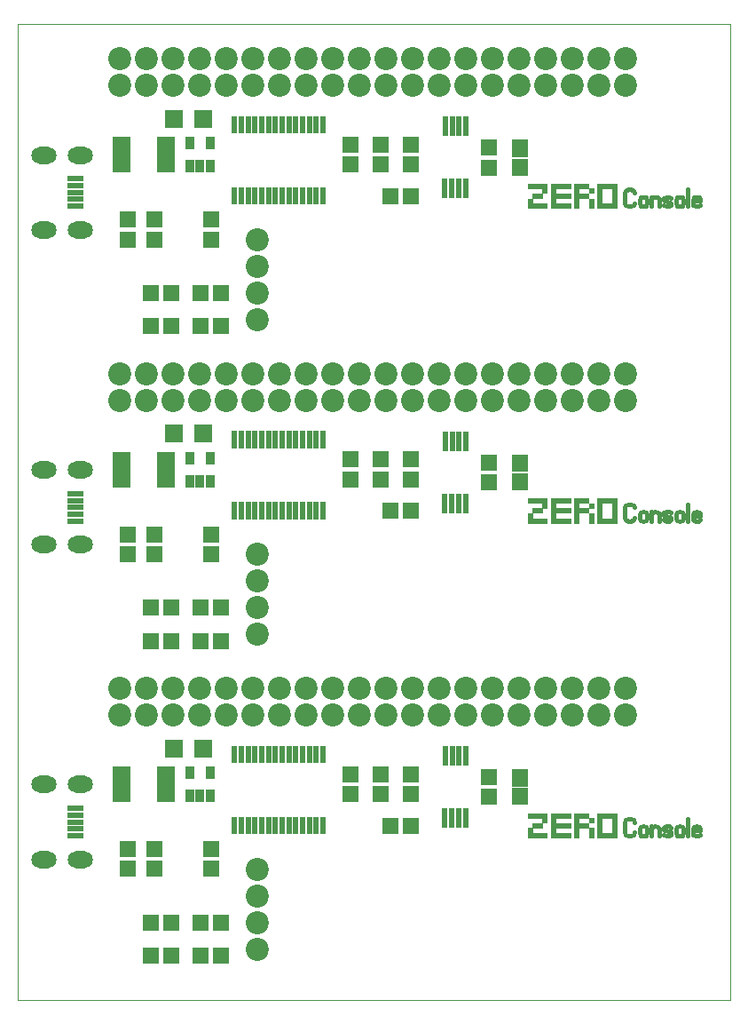
<source format=gbr>
%FSLAX34Y34*%
%MOMM*%
%LNSOLDERMASK_TOP*%
G71*
G01*
%ADD10C, 0.00*%
%ADD11C, 2.20*%
%ADD12R, 0.62X1.52*%
%ADD13R, 0.85X1.26*%
%ADD14R, 1.70X3.40*%
%ADD15R, 0.62X1.98*%
%ADD16R, 1.50X1.60*%
%ADD17R, 1.60X1.50*%
%ADD18C, 0.40*%
%ADD19R, 0.50X0.50*%
%ADD20R, 1.80X1.80*%
%ADD21R, 1.60X1.60*%
%ADD22C, 1.65*%
%ADD23R, 1.60X0.60*%
%LPD*%
G54D10*
X0Y1000000D02*
X680000Y1000000D01*
X680000Y70000D01*
X0Y70000D01*
X0Y1000000D01*
X580231Y966788D02*
G54D11*
D03*
X580230Y941384D02*
G54D11*
D03*
X554831Y966788D02*
G54D11*
D03*
X554831Y941388D02*
G54D11*
D03*
X529431Y966788D02*
G54D11*
D03*
X529431Y941388D02*
G54D11*
D03*
X504030Y966784D02*
G54D11*
D03*
X504031Y941388D02*
G54D11*
D03*
X478631Y966788D02*
G54D11*
D03*
X478631Y941388D02*
G54D11*
D03*
X453230Y966784D02*
G54D11*
D03*
X453231Y941388D02*
G54D11*
D03*
X427831Y966788D02*
G54D11*
D03*
X427831Y941388D02*
G54D11*
D03*
X402431Y966788D02*
G54D11*
D03*
X402430Y941384D02*
G54D11*
D03*
X377031Y966788D02*
G54D11*
D03*
X377031Y941388D02*
G54D11*
D03*
X351631Y966788D02*
G54D11*
D03*
X351631Y941388D02*
G54D11*
D03*
X326230Y966784D02*
G54D11*
D03*
X326231Y941388D02*
G54D11*
D03*
X300831Y966788D02*
G54D11*
D03*
X300831Y941388D02*
G54D11*
D03*
X275431Y966788D02*
G54D11*
D03*
X275431Y941388D02*
G54D11*
D03*
X250030Y966784D02*
G54D11*
D03*
X250031Y941388D02*
G54D11*
D03*
X224631Y966788D02*
G54D11*
D03*
X224631Y941388D02*
G54D11*
D03*
X199231Y966788D02*
G54D11*
D03*
X199230Y941384D02*
G54D11*
D03*
X173831Y966788D02*
G54D11*
D03*
X173831Y941388D02*
G54D11*
D03*
X148430Y966784D02*
G54D11*
D03*
X123031Y966788D02*
G54D11*
D03*
X97631Y966788D02*
G54D11*
D03*
X148431Y941388D02*
G54D11*
D03*
X123031Y941388D02*
G54D11*
D03*
X97631Y941388D02*
G54D11*
D03*
X291272Y835606D02*
G54D12*
D03*
X284772Y835606D02*
G54D12*
D03*
X278272Y835606D02*
G54D12*
D03*
X271772Y835606D02*
G54D12*
D03*
X265272Y835606D02*
G54D12*
D03*
X258772Y835606D02*
G54D12*
D03*
X252272Y835606D02*
G54D12*
D03*
X245772Y835606D02*
G54D12*
D03*
X239272Y835606D02*
G54D12*
D03*
X232772Y835606D02*
G54D12*
D03*
X226272Y835606D02*
G54D12*
D03*
X219772Y835606D02*
G54D12*
D03*
X213272Y835606D02*
G54D12*
D03*
X206772Y835606D02*
G54D12*
D03*
X291272Y904478D02*
G54D12*
D03*
X284772Y904478D02*
G54D12*
D03*
X278272Y904478D02*
G54D12*
D03*
X271772Y904478D02*
G54D12*
D03*
X265272Y904478D02*
G54D12*
D03*
X258772Y904478D02*
G54D12*
D03*
X252272Y904478D02*
G54D12*
D03*
X245772Y904478D02*
G54D12*
D03*
X239272Y904478D02*
G54D12*
D03*
X232772Y904478D02*
G54D12*
D03*
X226272Y904478D02*
G54D12*
D03*
X219772Y904478D02*
G54D12*
D03*
X213272Y904478D02*
G54D12*
D03*
X206772Y904478D02*
G54D12*
D03*
X291272Y903684D02*
G54D12*
D03*
X284772Y903684D02*
G54D12*
D03*
X278272Y903684D02*
G54D12*
D03*
X271772Y903684D02*
G54D12*
D03*
X265272Y903684D02*
G54D12*
D03*
X258772Y903684D02*
G54D12*
D03*
X252272Y903684D02*
G54D12*
D03*
X245772Y903684D02*
G54D12*
D03*
X239272Y903684D02*
G54D12*
D03*
X232772Y903684D02*
G54D12*
D03*
X226272Y903684D02*
G54D12*
D03*
X219772Y903684D02*
G54D12*
D03*
X213272Y903684D02*
G54D12*
D03*
X206772Y903684D02*
G54D12*
D03*
X291272Y836400D02*
G54D12*
D03*
X284772Y836400D02*
G54D12*
D03*
X278272Y836400D02*
G54D12*
D03*
X271772Y836400D02*
G54D12*
D03*
X265272Y836400D02*
G54D12*
D03*
X258772Y836400D02*
G54D12*
D03*
X252272Y836400D02*
G54D12*
D03*
X245772Y836400D02*
G54D12*
D03*
X239272Y836400D02*
G54D12*
D03*
X232772Y836400D02*
G54D12*
D03*
X226272Y836400D02*
G54D12*
D03*
X219772Y836400D02*
G54D12*
D03*
X213272Y836400D02*
G54D12*
D03*
X206772Y836400D02*
G54D12*
D03*
X291272Y836797D02*
G54D12*
D03*
X284772Y836797D02*
G54D12*
D03*
X278272Y836797D02*
G54D12*
D03*
X271772Y836797D02*
G54D12*
D03*
X265272Y836797D02*
G54D12*
D03*
X258772Y836797D02*
G54D12*
D03*
X252272Y836797D02*
G54D12*
D03*
X245772Y836797D02*
G54D12*
D03*
X239272Y836797D02*
G54D12*
D03*
X232772Y836797D02*
G54D12*
D03*
X226272Y836797D02*
G54D12*
D03*
X219772Y836797D02*
G54D12*
D03*
X213272Y836797D02*
G54D12*
D03*
X206772Y836797D02*
G54D12*
D03*
X291272Y903287D02*
G54D12*
D03*
X284772Y903288D02*
G54D12*
D03*
X278272Y903288D02*
G54D12*
D03*
X271772Y903288D02*
G54D12*
D03*
X265272Y903288D02*
G54D12*
D03*
X258772Y903288D02*
G54D12*
D03*
X252272Y903288D02*
G54D12*
D03*
X245772Y903287D02*
G54D12*
D03*
X239272Y903288D02*
G54D12*
D03*
X232772Y903288D02*
G54D12*
D03*
X226272Y903288D02*
G54D12*
D03*
X219772Y903288D02*
G54D12*
D03*
X213272Y903288D02*
G54D12*
D03*
X206772Y903288D02*
G54D12*
D03*
X164306Y886420D02*
G54D13*
D03*
X183356Y886420D02*
G54D13*
D03*
X164306Y864394D02*
G54D13*
D03*
X173831Y864394D02*
G54D13*
D03*
X183356Y864394D02*
G54D13*
D03*
X141288Y875506D02*
G54D14*
D03*
X99219Y875506D02*
G54D14*
D03*
X407988Y902494D02*
G54D15*
D03*
X414487Y902494D02*
G54D15*
D03*
X407591Y843147D02*
G54D15*
D03*
X414091Y843147D02*
G54D15*
D03*
X420591Y843147D02*
G54D15*
D03*
X427091Y843147D02*
G54D15*
D03*
X420988Y902494D02*
G54D15*
D03*
X427488Y902494D02*
G54D15*
D03*
X193675Y743744D02*
G54D16*
D03*
X174675Y743744D02*
G54D16*
D03*
X193675Y711994D02*
G54D16*
D03*
X174675Y711994D02*
G54D16*
D03*
X146050Y711994D02*
G54D16*
D03*
X127050Y711994D02*
G54D16*
D03*
X146050Y743744D02*
G54D16*
D03*
X127050Y743744D02*
G54D16*
D03*
X317475Y885006D02*
G54D17*
D03*
X317475Y866006D02*
G54D17*
D03*
X346050Y885006D02*
G54D17*
D03*
X346050Y866006D02*
G54D17*
D03*
X374625Y885006D02*
G54D17*
D03*
X374625Y866006D02*
G54D17*
D03*
X449238Y882229D02*
G54D17*
D03*
X449238Y863229D02*
G54D17*
D03*
X228600Y794544D02*
G54D11*
D03*
X228600Y769144D02*
G54D11*
D03*
X228600Y743744D02*
G54D11*
D03*
X228600Y718344D02*
G54D11*
D03*
X184175Y794569D02*
G54D17*
D03*
X184175Y813569D02*
G54D17*
D03*
X130200Y794569D02*
G54D17*
D03*
X130200Y813569D02*
G54D17*
D03*
X104800Y794569D02*
G54D17*
D03*
X104800Y813569D02*
G54D17*
D03*
G54D18*
X588641Y829294D02*
X587441Y827294D01*
X585041Y826294D01*
X582641Y826294D01*
X580241Y827294D01*
X579041Y829294D01*
X579041Y839294D01*
X580241Y841294D01*
X582641Y842294D01*
X585041Y842294D01*
X587441Y841294D01*
X588641Y839294D01*
G54D18*
X600241Y828694D02*
X600241Y832694D01*
X599041Y834694D01*
X596641Y835294D01*
X594241Y834694D01*
X593041Y832694D01*
X593041Y828694D01*
X594241Y826694D01*
X596641Y826294D01*
X599041Y826694D01*
X600241Y828694D01*
G54D18*
X604641Y826294D02*
X604641Y835294D01*
G54D18*
X604641Y833294D02*
X605841Y834694D01*
X608241Y835294D01*
X610641Y834694D01*
X611841Y833294D01*
X611841Y826294D01*
G54D18*
X616241Y827294D02*
X618641Y826294D01*
X621041Y826294D01*
X623441Y827294D01*
X623441Y829294D01*
X622241Y830294D01*
X617441Y831294D01*
X616241Y832294D01*
X616241Y834294D01*
X618641Y835294D01*
X621041Y835294D01*
X623441Y834294D01*
G54D18*
X635041Y828694D02*
X635041Y832694D01*
X633841Y834694D01*
X631441Y835294D01*
X629041Y834694D01*
X627841Y832694D01*
X627841Y828694D01*
X629041Y826694D01*
X631441Y826294D01*
X633841Y826694D01*
X635041Y828694D01*
G54D18*
X639441Y826294D02*
X639441Y842294D01*
G54D18*
X651041Y827294D02*
X649121Y826294D01*
X646721Y826294D01*
X644321Y827294D01*
X643841Y829294D01*
X643841Y832694D01*
X645041Y834694D01*
X647441Y835294D01*
X649841Y834694D01*
X651041Y833294D01*
X651041Y831294D01*
X643841Y831294D01*
X488950Y845344D02*
G54D19*
D03*
X498475Y845344D02*
G54D19*
D03*
X503238Y845344D02*
G54D19*
D03*
X503238Y840581D02*
G54D19*
D03*
X498475Y835819D02*
G54D19*
D03*
X488950Y831056D02*
G54D19*
D03*
X488950Y826294D02*
G54D19*
D03*
X498475Y826294D02*
G54D19*
D03*
X503238Y826294D02*
G54D19*
D03*
X511175Y826294D02*
G54D19*
D03*
X511175Y831056D02*
G54D19*
D03*
X511175Y835819D02*
G54D19*
D03*
X511175Y840581D02*
G54D19*
D03*
X511175Y845344D02*
G54D19*
D03*
X515938Y845344D02*
G54D19*
D03*
X520700Y845344D02*
G54D19*
D03*
X515938Y835819D02*
G54D19*
D03*
X520700Y835819D02*
G54D19*
D03*
X515938Y826294D02*
G54D19*
D03*
X520700Y826294D02*
G54D19*
D03*
X533400Y845344D02*
G54D19*
D03*
X533400Y840581D02*
G54D19*
D03*
X533400Y835819D02*
G54D19*
D03*
X533400Y831056D02*
G54D19*
D03*
X533400Y826294D02*
G54D19*
D03*
X538162Y845344D02*
G54D19*
D03*
X538162Y835819D02*
G54D19*
D03*
X547688Y840581D02*
G54D19*
D03*
X547688Y831056D02*
G54D19*
D03*
X547688Y826294D02*
G54D19*
D03*
X555625Y840581D02*
G54D19*
D03*
X555625Y835819D02*
G54D19*
D03*
X555625Y831056D02*
G54D19*
D03*
X560388Y826294D02*
G54D19*
D03*
X565150Y826294D02*
G54D19*
D03*
X569912Y831056D02*
G54D19*
D03*
X569912Y835819D02*
G54D19*
D03*
X569912Y840581D02*
G54D19*
D03*
X560388Y845344D02*
G54D19*
D03*
X565150Y845344D02*
G54D19*
D03*
X149225Y909638D02*
G54D20*
D03*
X177225Y909638D02*
G54D20*
D03*
X555625Y845344D02*
G54D19*
D03*
X569912Y845344D02*
G54D19*
D03*
X569912Y826294D02*
G54D19*
D03*
X555625Y826294D02*
G54D19*
D03*
X493712Y845344D02*
G54D19*
D03*
X493712Y835819D02*
G54D19*
D03*
X493712Y826294D02*
G54D19*
D03*
X525462Y845344D02*
G54D19*
D03*
X525462Y835819D02*
G54D19*
D03*
X525462Y826294D02*
G54D19*
D03*
X542925Y845344D02*
G54D19*
D03*
X542925Y835819D02*
G54D19*
D03*
X355600Y835819D02*
G54D16*
D03*
X374600Y835819D02*
G54D16*
D03*
X479401Y882229D02*
G54D17*
D03*
X479401Y863229D02*
G54D17*
D03*
X479425Y880666D02*
G54D21*
D03*
X479425Y863997D02*
G54D21*
D03*
X21034Y875109D02*
G54D22*
D03*
X28972Y875109D02*
G54D22*
D03*
X28972Y803672D02*
G54D22*
D03*
X21034Y803672D02*
G54D22*
D03*
X63500Y875109D02*
G54D22*
D03*
X55562Y875109D02*
G54D22*
D03*
X63500Y803672D02*
G54D22*
D03*
X55562Y803672D02*
G54D22*
D03*
X59531Y875109D02*
G54D22*
D03*
X59531Y803672D02*
G54D22*
D03*
X25003Y803672D02*
G54D22*
D03*
X25003Y875109D02*
G54D22*
D03*
X54777Y839390D02*
G54D23*
D03*
X54777Y832890D02*
G54D23*
D03*
X54777Y826390D02*
G54D23*
D03*
X54777Y845890D02*
G54D23*
D03*
X54777Y852390D02*
G54D23*
D03*
X63302Y875109D02*
G54D22*
D03*
X63103Y875109D02*
G54D22*
D03*
X62905Y875109D02*
G54D22*
D03*
X62706Y875109D02*
G54D22*
D03*
X62508Y875109D02*
G54D22*
D03*
X62309Y875109D02*
G54D22*
D03*
X62111Y875109D02*
G54D22*
D03*
X61912Y875109D02*
G54D22*
D03*
X61714Y875109D02*
G54D22*
D03*
X61516Y875109D02*
G54D22*
D03*
X61317Y875109D02*
G54D22*
D03*
X61119Y875109D02*
G54D22*
D03*
X60920Y875109D02*
G54D22*
D03*
X60722Y875109D02*
G54D22*
D03*
X60523Y875109D02*
G54D22*
D03*
X60325Y875109D02*
G54D22*
D03*
X60127Y875109D02*
G54D22*
D03*
X59928Y875109D02*
G54D22*
D03*
X59730Y875109D02*
G54D22*
D03*
X59333Y875109D02*
G54D22*
D03*
X59134Y875109D02*
G54D22*
D03*
X58936Y875109D02*
G54D22*
D03*
X58738Y875109D02*
G54D22*
D03*
X58539Y875109D02*
G54D22*
D03*
X58341Y875109D02*
G54D22*
D03*
X58142Y875109D02*
G54D22*
D03*
X57944Y875109D02*
G54D22*
D03*
X57745Y875109D02*
G54D22*
D03*
X57547Y875109D02*
G54D22*
D03*
X57348Y875109D02*
G54D22*
D03*
X57150Y875109D02*
G54D22*
D03*
X55761Y875109D02*
G54D22*
D03*
X55959Y875109D02*
G54D22*
D03*
X56158Y875109D02*
G54D22*
D03*
X56356Y875109D02*
G54D22*
D03*
X56555Y875109D02*
G54D22*
D03*
X56753Y875109D02*
G54D22*
D03*
X63302Y803672D02*
G54D22*
D03*
X63103Y803672D02*
G54D22*
D03*
X62905Y803672D02*
G54D22*
D03*
X62706Y803672D02*
G54D22*
D03*
X62508Y803672D02*
G54D22*
D03*
X62309Y803672D02*
G54D22*
D03*
X62111Y803672D02*
G54D22*
D03*
X61912Y803672D02*
G54D22*
D03*
X61714Y803672D02*
G54D22*
D03*
X61516Y803672D02*
G54D22*
D03*
X61317Y803672D02*
G54D22*
D03*
X61119Y803672D02*
G54D22*
D03*
X60920Y803672D02*
G54D22*
D03*
X60722Y803672D02*
G54D22*
D03*
X60523Y803672D02*
G54D22*
D03*
X60325Y803672D02*
G54D22*
D03*
X60127Y803672D02*
G54D22*
D03*
X59928Y803672D02*
G54D22*
D03*
X55761Y803672D02*
G54D22*
D03*
X55959Y803672D02*
G54D22*
D03*
X56158Y803672D02*
G54D22*
D03*
X56356Y803672D02*
G54D22*
D03*
X56555Y803672D02*
G54D22*
D03*
X56753Y803672D02*
G54D22*
D03*
X56952Y803672D02*
G54D22*
D03*
X57150Y803672D02*
G54D22*
D03*
X57348Y803672D02*
G54D22*
D03*
X57547Y803672D02*
G54D22*
D03*
X57745Y803672D02*
G54D22*
D03*
X57944Y803672D02*
G54D22*
D03*
X58142Y803672D02*
G54D22*
D03*
X58341Y803672D02*
G54D22*
D03*
X58539Y803672D02*
G54D22*
D03*
X58539Y803672D02*
G54D22*
D03*
X58738Y803672D02*
G54D22*
D03*
X58936Y803672D02*
G54D22*
D03*
X59134Y803672D02*
G54D22*
D03*
X28972Y875109D02*
G54D22*
D03*
X21034Y875109D02*
G54D22*
D03*
X25003Y875109D02*
G54D22*
D03*
X28773Y875109D02*
G54D22*
D03*
X28575Y875109D02*
G54D22*
D03*
X28377Y875109D02*
G54D22*
D03*
X28178Y875109D02*
G54D22*
D03*
X27980Y875109D02*
G54D22*
D03*
X27781Y875109D02*
G54D22*
D03*
X27583Y875109D02*
G54D22*
D03*
X27384Y875109D02*
G54D22*
D03*
X27186Y875109D02*
G54D22*
D03*
X26988Y875109D02*
G54D22*
D03*
X26789Y875109D02*
G54D22*
D03*
X26591Y875109D02*
G54D22*
D03*
X26392Y875109D02*
G54D22*
D03*
X26194Y875109D02*
G54D22*
D03*
X25995Y875109D02*
G54D22*
D03*
X25797Y875109D02*
G54D22*
D03*
X25598Y875109D02*
G54D22*
D03*
X25400Y875109D02*
G54D22*
D03*
X25202Y875109D02*
G54D22*
D03*
X24805Y875109D02*
G54D22*
D03*
X24606Y875109D02*
G54D22*
D03*
X24408Y875109D02*
G54D22*
D03*
X24209Y875109D02*
G54D22*
D03*
X24011Y875109D02*
G54D22*
D03*
X23812Y875109D02*
G54D22*
D03*
X23614Y875109D02*
G54D22*
D03*
X23416Y875109D02*
G54D22*
D03*
X23217Y875109D02*
G54D22*
D03*
X23019Y875109D02*
G54D22*
D03*
X22820Y875109D02*
G54D22*
D03*
X22622Y875109D02*
G54D22*
D03*
X21233Y875109D02*
G54D22*
D03*
X21431Y875109D02*
G54D22*
D03*
X21630Y875109D02*
G54D22*
D03*
X21828Y875109D02*
G54D22*
D03*
X22027Y875109D02*
G54D22*
D03*
X22225Y875109D02*
G54D22*
D03*
X28972Y803672D02*
G54D22*
D03*
X21034Y803672D02*
G54D22*
D03*
X25003Y803672D02*
G54D22*
D03*
X28773Y803672D02*
G54D22*
D03*
X28575Y803672D02*
G54D22*
D03*
X28377Y803672D02*
G54D22*
D03*
X28178Y803672D02*
G54D22*
D03*
X27980Y803672D02*
G54D22*
D03*
X27781Y803672D02*
G54D22*
D03*
X27583Y803672D02*
G54D22*
D03*
X27384Y803672D02*
G54D22*
D03*
X27186Y803672D02*
G54D22*
D03*
X26988Y803672D02*
G54D22*
D03*
X26789Y803672D02*
G54D22*
D03*
X26591Y803672D02*
G54D22*
D03*
X26392Y803672D02*
G54D22*
D03*
X26194Y803672D02*
G54D22*
D03*
X25995Y803672D02*
G54D22*
D03*
X25797Y803672D02*
G54D22*
D03*
X25598Y803672D02*
G54D22*
D03*
X25400Y803672D02*
G54D22*
D03*
X21233Y803672D02*
G54D22*
D03*
X21431Y803672D02*
G54D22*
D03*
X21630Y803672D02*
G54D22*
D03*
X21828Y803672D02*
G54D22*
D03*
X22027Y803672D02*
G54D22*
D03*
X22225Y803672D02*
G54D22*
D03*
X22423Y803672D02*
G54D22*
D03*
X22622Y803672D02*
G54D22*
D03*
X22820Y803672D02*
G54D22*
D03*
X23019Y803672D02*
G54D22*
D03*
X23217Y803672D02*
G54D22*
D03*
X23416Y803672D02*
G54D22*
D03*
X23614Y803672D02*
G54D22*
D03*
X23812Y803672D02*
G54D22*
D03*
X24011Y803672D02*
G54D22*
D03*
X24011Y803672D02*
G54D22*
D03*
X24209Y803672D02*
G54D22*
D03*
X24408Y803672D02*
G54D22*
D03*
X24606Y803672D02*
G54D22*
D03*
X21828Y875109D02*
G54D22*
D03*
X22622Y875109D02*
G54D22*
D03*
X23416Y875109D02*
G54D22*
D03*
X24209Y875109D02*
G54D22*
D03*
X25003Y875109D02*
G54D22*
D03*
X25797Y875109D02*
G54D22*
D03*
X26591Y875109D02*
G54D22*
D03*
X27384Y875109D02*
G54D22*
D03*
X28178Y875109D02*
G54D22*
D03*
X56356Y875109D02*
G54D22*
D03*
X57150Y875109D02*
G54D22*
D03*
X57944Y875109D02*
G54D22*
D03*
X58738Y875109D02*
G54D22*
D03*
X59531Y875109D02*
G54D22*
D03*
X60325Y875109D02*
G54D22*
D03*
X61119Y875109D02*
G54D22*
D03*
X61912Y875109D02*
G54D22*
D03*
X62706Y875109D02*
G54D22*
D03*
X63500Y875109D02*
G54D22*
D03*
X28972Y875109D02*
G54D22*
D03*
X21034Y803672D02*
G54D22*
D03*
X21828Y803672D02*
G54D22*
D03*
X22622Y803672D02*
G54D22*
D03*
X23416Y803672D02*
G54D22*
D03*
X24209Y803672D02*
G54D22*
D03*
X25003Y803672D02*
G54D22*
D03*
X25797Y803672D02*
G54D22*
D03*
X26591Y803672D02*
G54D22*
D03*
X27384Y803672D02*
G54D22*
D03*
X28178Y803672D02*
G54D22*
D03*
X28972Y803672D02*
G54D22*
D03*
X55562Y803672D02*
G54D22*
D03*
X56356Y803672D02*
G54D22*
D03*
X57150Y803672D02*
G54D22*
D03*
X57944Y803672D02*
G54D22*
D03*
X58738Y803672D02*
G54D22*
D03*
X59531Y803672D02*
G54D22*
D03*
X60325Y803672D02*
G54D22*
D03*
X61119Y803672D02*
G54D22*
D03*
X61912Y803672D02*
G54D22*
D03*
X62706Y803672D02*
G54D22*
D03*
X63500Y803672D02*
G54D22*
D03*
X21034Y875109D02*
G54D22*
D03*
X28972Y875109D02*
G54D22*
D03*
X55562Y875109D02*
G54D22*
D03*
X580231Y666750D02*
G54D11*
D03*
X580230Y641346D02*
G54D11*
D03*
X554831Y666750D02*
G54D11*
D03*
X554831Y641350D02*
G54D11*
D03*
X529431Y666750D02*
G54D11*
D03*
X529431Y641350D02*
G54D11*
D03*
X504030Y666746D02*
G54D11*
D03*
X504031Y641350D02*
G54D11*
D03*
X478631Y666750D02*
G54D11*
D03*
X478631Y641350D02*
G54D11*
D03*
X453230Y666746D02*
G54D11*
D03*
X453231Y641350D02*
G54D11*
D03*
X427831Y666750D02*
G54D11*
D03*
X427831Y641350D02*
G54D11*
D03*
X402431Y666750D02*
G54D11*
D03*
X402430Y641346D02*
G54D11*
D03*
X377031Y666750D02*
G54D11*
D03*
X377031Y641350D02*
G54D11*
D03*
X351631Y666750D02*
G54D11*
D03*
X351631Y641350D02*
G54D11*
D03*
X326230Y666746D02*
G54D11*
D03*
X326231Y641350D02*
G54D11*
D03*
X300831Y666750D02*
G54D11*
D03*
X300831Y641350D02*
G54D11*
D03*
X275431Y666750D02*
G54D11*
D03*
X275431Y641350D02*
G54D11*
D03*
X250030Y666746D02*
G54D11*
D03*
X250031Y641350D02*
G54D11*
D03*
X224631Y666750D02*
G54D11*
D03*
X224631Y641350D02*
G54D11*
D03*
X199231Y666750D02*
G54D11*
D03*
X199230Y641346D02*
G54D11*
D03*
X173831Y666750D02*
G54D11*
D03*
X173831Y641350D02*
G54D11*
D03*
X148430Y666746D02*
G54D11*
D03*
X123031Y666750D02*
G54D11*
D03*
X97631Y666750D02*
G54D11*
D03*
X148431Y641350D02*
G54D11*
D03*
X123031Y641350D02*
G54D11*
D03*
X97631Y641350D02*
G54D11*
D03*
X291272Y535569D02*
G54D12*
D03*
X284772Y535569D02*
G54D12*
D03*
X278272Y535569D02*
G54D12*
D03*
X271772Y535569D02*
G54D12*
D03*
X265272Y535569D02*
G54D12*
D03*
X258772Y535569D02*
G54D12*
D03*
X252272Y535569D02*
G54D12*
D03*
X245772Y535569D02*
G54D12*
D03*
X239272Y535569D02*
G54D12*
D03*
X232772Y535569D02*
G54D12*
D03*
X226272Y535569D02*
G54D12*
D03*
X219772Y535569D02*
G54D12*
D03*
X213272Y535569D02*
G54D12*
D03*
X206772Y535569D02*
G54D12*
D03*
X291272Y604441D02*
G54D12*
D03*
X284772Y604441D02*
G54D12*
D03*
X278272Y604440D02*
G54D12*
D03*
X271772Y604440D02*
G54D12*
D03*
X265272Y604440D02*
G54D12*
D03*
X258772Y604440D02*
G54D12*
D03*
X252272Y604440D02*
G54D12*
D03*
X245772Y604440D02*
G54D12*
D03*
X239272Y604440D02*
G54D12*
D03*
X232772Y604440D02*
G54D12*
D03*
X226272Y604440D02*
G54D12*
D03*
X219772Y604440D02*
G54D12*
D03*
X213272Y604440D02*
G54D12*
D03*
X206772Y604440D02*
G54D12*
D03*
X291272Y603647D02*
G54D12*
D03*
X284772Y603647D02*
G54D12*
D03*
X278272Y603647D02*
G54D12*
D03*
X271772Y603647D02*
G54D12*
D03*
X265272Y603647D02*
G54D12*
D03*
X258772Y603647D02*
G54D12*
D03*
X252272Y603647D02*
G54D12*
D03*
X245772Y603647D02*
G54D12*
D03*
X239272Y603647D02*
G54D12*
D03*
X232772Y603647D02*
G54D12*
D03*
X226272Y603647D02*
G54D12*
D03*
X219772Y603647D02*
G54D12*
D03*
X213272Y603647D02*
G54D12*
D03*
X206772Y603647D02*
G54D12*
D03*
X291272Y536362D02*
G54D12*
D03*
X284772Y536362D02*
G54D12*
D03*
X278272Y536362D02*
G54D12*
D03*
X271772Y536362D02*
G54D12*
D03*
X265272Y536362D02*
G54D12*
D03*
X258772Y536363D02*
G54D12*
D03*
X252272Y536363D02*
G54D12*
D03*
X245772Y536362D02*
G54D12*
D03*
X239272Y536362D02*
G54D12*
D03*
X232772Y536362D02*
G54D12*
D03*
X226272Y536362D02*
G54D12*
D03*
X219772Y536362D02*
G54D12*
D03*
X213272Y536362D02*
G54D12*
D03*
X206772Y536362D02*
G54D12*
D03*
X291272Y536759D02*
G54D12*
D03*
X284772Y536759D02*
G54D12*
D03*
X278272Y536759D02*
G54D12*
D03*
X271772Y536759D02*
G54D12*
D03*
X265272Y536759D02*
G54D12*
D03*
X258772Y536759D02*
G54D12*
D03*
X252272Y536759D02*
G54D12*
D03*
X245772Y536759D02*
G54D12*
D03*
X239272Y536759D02*
G54D12*
D03*
X232772Y536759D02*
G54D12*
D03*
X226272Y536759D02*
G54D12*
D03*
X219772Y536759D02*
G54D12*
D03*
X213272Y536759D02*
G54D12*
D03*
X206772Y536759D02*
G54D12*
D03*
X291272Y603250D02*
G54D12*
D03*
X284772Y603250D02*
G54D12*
D03*
X278272Y603250D02*
G54D12*
D03*
X271772Y603250D02*
G54D12*
D03*
X265272Y603250D02*
G54D12*
D03*
X258772Y603250D02*
G54D12*
D03*
X252272Y603250D02*
G54D12*
D03*
X245772Y603250D02*
G54D12*
D03*
X239272Y603250D02*
G54D12*
D03*
X232772Y603250D02*
G54D12*
D03*
X226272Y603250D02*
G54D12*
D03*
X219772Y603250D02*
G54D12*
D03*
X213272Y603250D02*
G54D12*
D03*
X206772Y603250D02*
G54D12*
D03*
X164306Y586383D02*
G54D13*
D03*
X183356Y586383D02*
G54D13*
D03*
X164306Y564356D02*
G54D13*
D03*
X173831Y564356D02*
G54D13*
D03*
X183356Y564356D02*
G54D13*
D03*
X141288Y575469D02*
G54D14*
D03*
X99219Y575469D02*
G54D14*
D03*
X407988Y602456D02*
G54D15*
D03*
X414487Y602456D02*
G54D15*
D03*
X407591Y543109D02*
G54D15*
D03*
X414091Y543109D02*
G54D15*
D03*
X420591Y543109D02*
G54D15*
D03*
X427091Y543109D02*
G54D15*
D03*
X420988Y602456D02*
G54D15*
D03*
X427488Y602456D02*
G54D15*
D03*
X193675Y443706D02*
G54D16*
D03*
X174675Y443706D02*
G54D16*
D03*
X193675Y411956D02*
G54D16*
D03*
X174675Y411956D02*
G54D16*
D03*
X146050Y411956D02*
G54D16*
D03*
X127050Y411956D02*
G54D16*
D03*
X146050Y443706D02*
G54D16*
D03*
X127050Y443706D02*
G54D16*
D03*
X317475Y584969D02*
G54D17*
D03*
X317475Y565969D02*
G54D17*
D03*
X346050Y584969D02*
G54D17*
D03*
X346050Y565969D02*
G54D17*
D03*
X374625Y584969D02*
G54D17*
D03*
X374625Y565969D02*
G54D17*
D03*
X449238Y582192D02*
G54D17*
D03*
X449238Y563192D02*
G54D17*
D03*
X228600Y494506D02*
G54D11*
D03*
X228600Y469106D02*
G54D11*
D03*
X228600Y443706D02*
G54D11*
D03*
X228600Y418306D02*
G54D11*
D03*
X184175Y494531D02*
G54D17*
D03*
X184175Y513531D02*
G54D17*
D03*
X130200Y494531D02*
G54D17*
D03*
X130200Y513531D02*
G54D17*
D03*
X104800Y494531D02*
G54D17*
D03*
X104800Y513531D02*
G54D17*
D03*
G54D18*
X588641Y529256D02*
X587441Y527256D01*
X585041Y526256D01*
X582641Y526256D01*
X580241Y527256D01*
X579041Y529256D01*
X579041Y539256D01*
X580241Y541256D01*
X582641Y542256D01*
X585041Y542256D01*
X587441Y541256D01*
X588641Y539256D01*
G54D18*
X600241Y528656D02*
X600241Y532656D01*
X599041Y534656D01*
X596641Y535256D01*
X594241Y534656D01*
X593041Y532656D01*
X593041Y528656D01*
X594241Y526656D01*
X596641Y526256D01*
X599041Y526656D01*
X600241Y528656D01*
G54D18*
X604641Y526256D02*
X604641Y535256D01*
G54D18*
X604641Y533256D02*
X605841Y534656D01*
X608241Y535256D01*
X610641Y534656D01*
X611841Y533256D01*
X611841Y526256D01*
G54D18*
X616241Y527256D02*
X618641Y526256D01*
X621041Y526256D01*
X623441Y527256D01*
X623441Y529256D01*
X622241Y530256D01*
X617441Y531256D01*
X616241Y532256D01*
X616241Y534256D01*
X618641Y535256D01*
X621041Y535256D01*
X623441Y534256D01*
G54D18*
X635041Y528656D02*
X635041Y532656D01*
X633841Y534656D01*
X631441Y535256D01*
X629041Y534656D01*
X627841Y532656D01*
X627841Y528656D01*
X629041Y526656D01*
X631441Y526256D01*
X633841Y526656D01*
X635041Y528656D01*
G54D18*
X639441Y526256D02*
X639441Y542256D01*
G54D18*
X651041Y527256D02*
X649121Y526256D01*
X646721Y526256D01*
X644321Y527256D01*
X643841Y529256D01*
X643841Y532656D01*
X645041Y534656D01*
X647441Y535256D01*
X649841Y534656D01*
X651041Y533256D01*
X651041Y531256D01*
X643841Y531256D01*
X488950Y545306D02*
G54D19*
D03*
X498475Y545306D02*
G54D19*
D03*
X503238Y545306D02*
G54D19*
D03*
X503238Y540544D02*
G54D19*
D03*
X498475Y535781D02*
G54D19*
D03*
X488950Y531019D02*
G54D19*
D03*
X488950Y526256D02*
G54D19*
D03*
X498475Y526256D02*
G54D19*
D03*
X503238Y526256D02*
G54D19*
D03*
X511175Y526256D02*
G54D19*
D03*
X511175Y531019D02*
G54D19*
D03*
X511175Y535781D02*
G54D19*
D03*
X511175Y540544D02*
G54D19*
D03*
X511175Y545306D02*
G54D19*
D03*
X515938Y545306D02*
G54D19*
D03*
X520700Y545306D02*
G54D19*
D03*
X515938Y535781D02*
G54D19*
D03*
X520700Y535781D02*
G54D19*
D03*
X515938Y526256D02*
G54D19*
D03*
X520700Y526256D02*
G54D19*
D03*
X533400Y545306D02*
G54D19*
D03*
X533400Y540544D02*
G54D19*
D03*
X533400Y535781D02*
G54D19*
D03*
X533400Y531019D02*
G54D19*
D03*
X533400Y526256D02*
G54D19*
D03*
X538162Y545306D02*
G54D19*
D03*
X538162Y535781D02*
G54D19*
D03*
X547688Y540544D02*
G54D19*
D03*
X547688Y531019D02*
G54D19*
D03*
X547688Y526256D02*
G54D19*
D03*
X555625Y540544D02*
G54D19*
D03*
X555625Y535781D02*
G54D19*
D03*
X555625Y531019D02*
G54D19*
D03*
X560388Y526256D02*
G54D19*
D03*
X565150Y526256D02*
G54D19*
D03*
X569912Y531019D02*
G54D19*
D03*
X569912Y535781D02*
G54D19*
D03*
X569912Y540544D02*
G54D19*
D03*
X560388Y545306D02*
G54D19*
D03*
X565150Y545306D02*
G54D19*
D03*
X149225Y609600D02*
G54D20*
D03*
X177225Y609600D02*
G54D20*
D03*
X555625Y545306D02*
G54D19*
D03*
X569912Y545306D02*
G54D19*
D03*
X569912Y526256D02*
G54D19*
D03*
X555625Y526256D02*
G54D19*
D03*
X493712Y545306D02*
G54D19*
D03*
X493712Y535781D02*
G54D19*
D03*
X493712Y526256D02*
G54D19*
D03*
X525462Y545306D02*
G54D19*
D03*
X525462Y535781D02*
G54D19*
D03*
X525462Y526256D02*
G54D19*
D03*
X542925Y545306D02*
G54D19*
D03*
X542925Y535781D02*
G54D19*
D03*
X355600Y535781D02*
G54D16*
D03*
X374600Y535781D02*
G54D16*
D03*
X479401Y582192D02*
G54D17*
D03*
X479401Y563192D02*
G54D17*
D03*
X479425Y580628D02*
G54D21*
D03*
X479425Y563959D02*
G54D21*
D03*
X21034Y575072D02*
G54D22*
D03*
X28972Y575072D02*
G54D22*
D03*
X28972Y503634D02*
G54D22*
D03*
X21034Y503634D02*
G54D22*
D03*
X63500Y575072D02*
G54D22*
D03*
X55562Y575072D02*
G54D22*
D03*
X63500Y503634D02*
G54D22*
D03*
X55562Y503634D02*
G54D22*
D03*
X59531Y575072D02*
G54D22*
D03*
X59531Y503634D02*
G54D22*
D03*
X25003Y503634D02*
G54D22*
D03*
X25003Y575072D02*
G54D22*
D03*
X54777Y539353D02*
G54D23*
D03*
X54777Y532853D02*
G54D23*
D03*
X54777Y526353D02*
G54D23*
D03*
X54777Y545853D02*
G54D23*
D03*
X54777Y552353D02*
G54D23*
D03*
X63302Y575072D02*
G54D22*
D03*
X63103Y575072D02*
G54D22*
D03*
X62905Y575072D02*
G54D22*
D03*
X62706Y575072D02*
G54D22*
D03*
X62508Y575072D02*
G54D22*
D03*
X62309Y575072D02*
G54D22*
D03*
X62111Y575072D02*
G54D22*
D03*
X61912Y575072D02*
G54D22*
D03*
X61714Y575072D02*
G54D22*
D03*
X61516Y575072D02*
G54D22*
D03*
X61317Y575072D02*
G54D22*
D03*
X61119Y575072D02*
G54D22*
D03*
X60920Y575072D02*
G54D22*
D03*
X60722Y575072D02*
G54D22*
D03*
X60523Y575072D02*
G54D22*
D03*
X60325Y575072D02*
G54D22*
D03*
X60127Y575072D02*
G54D22*
D03*
X59928Y575072D02*
G54D22*
D03*
X59730Y575072D02*
G54D22*
D03*
X59333Y575072D02*
G54D22*
D03*
X59134Y575072D02*
G54D22*
D03*
X58936Y575072D02*
G54D22*
D03*
X58738Y575072D02*
G54D22*
D03*
X58539Y575072D02*
G54D22*
D03*
X58341Y575072D02*
G54D22*
D03*
X58142Y575072D02*
G54D22*
D03*
X57944Y575072D02*
G54D22*
D03*
X57745Y575072D02*
G54D22*
D03*
X57547Y575072D02*
G54D22*
D03*
X57348Y575072D02*
G54D22*
D03*
X57150Y575072D02*
G54D22*
D03*
X55761Y575072D02*
G54D22*
D03*
X55959Y575072D02*
G54D22*
D03*
X56158Y575072D02*
G54D22*
D03*
X56356Y575072D02*
G54D22*
D03*
X56555Y575072D02*
G54D22*
D03*
X56753Y575072D02*
G54D22*
D03*
X63302Y503634D02*
G54D22*
D03*
X63103Y503634D02*
G54D22*
D03*
X62905Y503634D02*
G54D22*
D03*
X62706Y503634D02*
G54D22*
D03*
X62508Y503634D02*
G54D22*
D03*
X62309Y503634D02*
G54D22*
D03*
X62111Y503634D02*
G54D22*
D03*
X61912Y503634D02*
G54D22*
D03*
X61714Y503634D02*
G54D22*
D03*
X61516Y503634D02*
G54D22*
D03*
X61317Y503634D02*
G54D22*
D03*
X61119Y503634D02*
G54D22*
D03*
X60920Y503634D02*
G54D22*
D03*
X60722Y503634D02*
G54D22*
D03*
X60523Y503634D02*
G54D22*
D03*
X60325Y503634D02*
G54D22*
D03*
X60127Y503634D02*
G54D22*
D03*
X59928Y503634D02*
G54D22*
D03*
X55761Y503634D02*
G54D22*
D03*
X55959Y503634D02*
G54D22*
D03*
X56158Y503634D02*
G54D22*
D03*
X56356Y503634D02*
G54D22*
D03*
X56555Y503634D02*
G54D22*
D03*
X56753Y503634D02*
G54D22*
D03*
X56952Y503634D02*
G54D22*
D03*
X57150Y503634D02*
G54D22*
D03*
X57348Y503634D02*
G54D22*
D03*
X57547Y503634D02*
G54D22*
D03*
X57745Y503634D02*
G54D22*
D03*
X57944Y503634D02*
G54D22*
D03*
X58142Y503634D02*
G54D22*
D03*
X58341Y503634D02*
G54D22*
D03*
X58539Y503634D02*
G54D22*
D03*
X58539Y503634D02*
G54D22*
D03*
X58738Y503634D02*
G54D22*
D03*
X58936Y503634D02*
G54D22*
D03*
X59134Y503634D02*
G54D22*
D03*
X28972Y575072D02*
G54D22*
D03*
X21034Y575072D02*
G54D22*
D03*
X25003Y575072D02*
G54D22*
D03*
X28773Y575072D02*
G54D22*
D03*
X28575Y575072D02*
G54D22*
D03*
X28377Y575072D02*
G54D22*
D03*
X28178Y575072D02*
G54D22*
D03*
X27980Y575072D02*
G54D22*
D03*
X27781Y575072D02*
G54D22*
D03*
X27583Y575072D02*
G54D22*
D03*
X27384Y575072D02*
G54D22*
D03*
X27186Y575072D02*
G54D22*
D03*
X26988Y575072D02*
G54D22*
D03*
X26789Y575072D02*
G54D22*
D03*
X26591Y575072D02*
G54D22*
D03*
X26392Y575072D02*
G54D22*
D03*
X26194Y575072D02*
G54D22*
D03*
X25995Y575072D02*
G54D22*
D03*
X25797Y575072D02*
G54D22*
D03*
X25598Y575072D02*
G54D22*
D03*
X25400Y575072D02*
G54D22*
D03*
X25202Y575072D02*
G54D22*
D03*
X24805Y575072D02*
G54D22*
D03*
X24606Y575072D02*
G54D22*
D03*
X24408Y575072D02*
G54D22*
D03*
X24209Y575072D02*
G54D22*
D03*
X24011Y575072D02*
G54D22*
D03*
X23812Y575072D02*
G54D22*
D03*
X23614Y575072D02*
G54D22*
D03*
X23416Y575072D02*
G54D22*
D03*
X23217Y575072D02*
G54D22*
D03*
X23019Y575072D02*
G54D22*
D03*
X22820Y575072D02*
G54D22*
D03*
X22622Y575072D02*
G54D22*
D03*
X21233Y575072D02*
G54D22*
D03*
X21431Y575072D02*
G54D22*
D03*
X21630Y575072D02*
G54D22*
D03*
X21828Y575072D02*
G54D22*
D03*
X22027Y575072D02*
G54D22*
D03*
X22225Y575072D02*
G54D22*
D03*
X28972Y503634D02*
G54D22*
D03*
X21034Y503634D02*
G54D22*
D03*
X25003Y503634D02*
G54D22*
D03*
X28773Y503634D02*
G54D22*
D03*
X28575Y503634D02*
G54D22*
D03*
X28377Y503634D02*
G54D22*
D03*
X28178Y503634D02*
G54D22*
D03*
X27980Y503634D02*
G54D22*
D03*
X27781Y503634D02*
G54D22*
D03*
X27583Y503634D02*
G54D22*
D03*
X27384Y503634D02*
G54D22*
D03*
X27186Y503634D02*
G54D22*
D03*
X26988Y503634D02*
G54D22*
D03*
X26789Y503634D02*
G54D22*
D03*
X26591Y503634D02*
G54D22*
D03*
X26392Y503634D02*
G54D22*
D03*
X26194Y503634D02*
G54D22*
D03*
X25995Y503634D02*
G54D22*
D03*
X25797Y503634D02*
G54D22*
D03*
X25598Y503634D02*
G54D22*
D03*
X25400Y503634D02*
G54D22*
D03*
X21233Y503634D02*
G54D22*
D03*
X21431Y503634D02*
G54D22*
D03*
X21630Y503634D02*
G54D22*
D03*
X21828Y503634D02*
G54D22*
D03*
X22027Y503634D02*
G54D22*
D03*
X22225Y503634D02*
G54D22*
D03*
X22423Y503634D02*
G54D22*
D03*
X22622Y503634D02*
G54D22*
D03*
X22820Y503634D02*
G54D22*
D03*
X23019Y503634D02*
G54D22*
D03*
X23217Y503634D02*
G54D22*
D03*
X23416Y503634D02*
G54D22*
D03*
X23614Y503634D02*
G54D22*
D03*
X23812Y503634D02*
G54D22*
D03*
X24011Y503634D02*
G54D22*
D03*
X24011Y503634D02*
G54D22*
D03*
X24209Y503634D02*
G54D22*
D03*
X24408Y503634D02*
G54D22*
D03*
X24606Y503634D02*
G54D22*
D03*
X21828Y575072D02*
G54D22*
D03*
X22622Y575072D02*
G54D22*
D03*
X23416Y575072D02*
G54D22*
D03*
X24209Y575072D02*
G54D22*
D03*
X25003Y575072D02*
G54D22*
D03*
X25797Y575072D02*
G54D22*
D03*
X26591Y575072D02*
G54D22*
D03*
X27384Y575072D02*
G54D22*
D03*
X28178Y575072D02*
G54D22*
D03*
X56356Y575072D02*
G54D22*
D03*
X57150Y575072D02*
G54D22*
D03*
X57944Y575072D02*
G54D22*
D03*
X58738Y575072D02*
G54D22*
D03*
X59531Y575072D02*
G54D22*
D03*
X60325Y575072D02*
G54D22*
D03*
X61119Y575072D02*
G54D22*
D03*
X61912Y575072D02*
G54D22*
D03*
X62706Y575072D02*
G54D22*
D03*
X63500Y575072D02*
G54D22*
D03*
X28972Y575072D02*
G54D22*
D03*
X21034Y503634D02*
G54D22*
D03*
X21828Y503634D02*
G54D22*
D03*
X22622Y503634D02*
G54D22*
D03*
X23416Y503634D02*
G54D22*
D03*
X24209Y503634D02*
G54D22*
D03*
X25003Y503634D02*
G54D22*
D03*
X25797Y503634D02*
G54D22*
D03*
X26591Y503634D02*
G54D22*
D03*
X27384Y503634D02*
G54D22*
D03*
X28178Y503634D02*
G54D22*
D03*
X28972Y503634D02*
G54D22*
D03*
X55562Y503634D02*
G54D22*
D03*
X56356Y503634D02*
G54D22*
D03*
X57150Y503634D02*
G54D22*
D03*
X57944Y503634D02*
G54D22*
D03*
X58738Y503634D02*
G54D22*
D03*
X59531Y503634D02*
G54D22*
D03*
X60325Y503634D02*
G54D22*
D03*
X61119Y503634D02*
G54D22*
D03*
X61912Y503634D02*
G54D22*
D03*
X62706Y503634D02*
G54D22*
D03*
X63500Y503634D02*
G54D22*
D03*
X21034Y575072D02*
G54D22*
D03*
X28972Y575072D02*
G54D22*
D03*
X55562Y575072D02*
G54D22*
D03*
X580231Y366712D02*
G54D11*
D03*
X580230Y341309D02*
G54D11*
D03*
X554831Y366712D02*
G54D11*
D03*
X554831Y341312D02*
G54D11*
D03*
X529431Y366712D02*
G54D11*
D03*
X529431Y341312D02*
G54D11*
D03*
X504030Y366709D02*
G54D11*
D03*
X504031Y341312D02*
G54D11*
D03*
X478631Y366712D02*
G54D11*
D03*
X478631Y341312D02*
G54D11*
D03*
X453230Y366709D02*
G54D11*
D03*
X453231Y341312D02*
G54D11*
D03*
X427831Y366712D02*
G54D11*
D03*
X427831Y341312D02*
G54D11*
D03*
X402431Y366712D02*
G54D11*
D03*
X402430Y341309D02*
G54D11*
D03*
X377031Y366712D02*
G54D11*
D03*
X377031Y341312D02*
G54D11*
D03*
X351631Y366712D02*
G54D11*
D03*
X351631Y341312D02*
G54D11*
D03*
X326230Y366709D02*
G54D11*
D03*
X326231Y341312D02*
G54D11*
D03*
X300831Y366712D02*
G54D11*
D03*
X300831Y341312D02*
G54D11*
D03*
X275431Y366712D02*
G54D11*
D03*
X275431Y341312D02*
G54D11*
D03*
X250030Y366709D02*
G54D11*
D03*
X250031Y341312D02*
G54D11*
D03*
X224631Y366712D02*
G54D11*
D03*
X224631Y341312D02*
G54D11*
D03*
X199231Y366712D02*
G54D11*
D03*
X199230Y341309D02*
G54D11*
D03*
X173831Y366712D02*
G54D11*
D03*
X173831Y341312D02*
G54D11*
D03*
X148430Y366709D02*
G54D11*
D03*
X123031Y366712D02*
G54D11*
D03*
X97631Y366712D02*
G54D11*
D03*
X148431Y341312D02*
G54D11*
D03*
X123031Y341312D02*
G54D11*
D03*
X97631Y341312D02*
G54D11*
D03*
X291272Y235531D02*
G54D12*
D03*
X284772Y235531D02*
G54D12*
D03*
X278272Y235531D02*
G54D12*
D03*
X271772Y235531D02*
G54D12*
D03*
X265272Y235531D02*
G54D12*
D03*
X258772Y235531D02*
G54D12*
D03*
X252272Y235531D02*
G54D12*
D03*
X245772Y235531D02*
G54D12*
D03*
X239272Y235531D02*
G54D12*
D03*
X232772Y235531D02*
G54D12*
D03*
X226272Y235531D02*
G54D12*
D03*
X219772Y235531D02*
G54D12*
D03*
X213272Y235531D02*
G54D12*
D03*
X206772Y235531D02*
G54D12*
D03*
X291272Y304403D02*
G54D12*
D03*
X284772Y304403D02*
G54D12*
D03*
X278272Y304403D02*
G54D12*
D03*
X271772Y304403D02*
G54D12*
D03*
X265272Y304403D02*
G54D12*
D03*
X258772Y304403D02*
G54D12*
D03*
X252272Y304403D02*
G54D12*
D03*
X245772Y304403D02*
G54D12*
D03*
X239272Y304403D02*
G54D12*
D03*
X232772Y304403D02*
G54D12*
D03*
X226272Y304403D02*
G54D12*
D03*
X219772Y304403D02*
G54D12*
D03*
X213272Y304403D02*
G54D12*
D03*
X206772Y304403D02*
G54D12*
D03*
X291272Y303609D02*
G54D12*
D03*
X284772Y303609D02*
G54D12*
D03*
X278272Y303609D02*
G54D12*
D03*
X271772Y303609D02*
G54D12*
D03*
X265272Y303609D02*
G54D12*
D03*
X258772Y303609D02*
G54D12*
D03*
X252272Y303609D02*
G54D12*
D03*
X245772Y303609D02*
G54D12*
D03*
X239272Y303609D02*
G54D12*
D03*
X232772Y303609D02*
G54D12*
D03*
X226272Y303609D02*
G54D12*
D03*
X219772Y303609D02*
G54D12*
D03*
X213272Y303609D02*
G54D12*
D03*
X206772Y303609D02*
G54D12*
D03*
X291272Y236325D02*
G54D12*
D03*
X284772Y236325D02*
G54D12*
D03*
X278272Y236325D02*
G54D12*
D03*
X271772Y236325D02*
G54D12*
D03*
X265272Y236325D02*
G54D12*
D03*
X258772Y236325D02*
G54D12*
D03*
X252272Y236325D02*
G54D12*
D03*
X245772Y236325D02*
G54D12*
D03*
X239272Y236325D02*
G54D12*
D03*
X232772Y236325D02*
G54D12*
D03*
X226272Y236325D02*
G54D12*
D03*
X219772Y236325D02*
G54D12*
D03*
X213272Y236325D02*
G54D12*
D03*
X206772Y236325D02*
G54D12*
D03*
X291272Y236722D02*
G54D12*
D03*
X284772Y236722D02*
G54D12*
D03*
X278272Y236722D02*
G54D12*
D03*
X271772Y236722D02*
G54D12*
D03*
X265272Y236722D02*
G54D12*
D03*
X258772Y236722D02*
G54D12*
D03*
X252272Y236722D02*
G54D12*
D03*
X245772Y236722D02*
G54D12*
D03*
X239272Y236722D02*
G54D12*
D03*
X232772Y236722D02*
G54D12*
D03*
X226272Y236722D02*
G54D12*
D03*
X219772Y236722D02*
G54D12*
D03*
X213272Y236722D02*
G54D12*
D03*
X206772Y236722D02*
G54D12*
D03*
X291272Y303212D02*
G54D12*
D03*
X284772Y303212D02*
G54D12*
D03*
X278272Y303212D02*
G54D12*
D03*
X271772Y303212D02*
G54D12*
D03*
X265272Y303212D02*
G54D12*
D03*
X258772Y303213D02*
G54D12*
D03*
X252272Y303212D02*
G54D12*
D03*
X245772Y303212D02*
G54D12*
D03*
X239272Y303212D02*
G54D12*
D03*
X232772Y303212D02*
G54D12*
D03*
X226272Y303212D02*
G54D12*
D03*
X219772Y303212D02*
G54D12*
D03*
X213272Y303212D02*
G54D12*
D03*
X206772Y303212D02*
G54D12*
D03*
X164306Y286345D02*
G54D13*
D03*
X183356Y286345D02*
G54D13*
D03*
X164306Y264319D02*
G54D13*
D03*
X173831Y264319D02*
G54D13*
D03*
X183356Y264319D02*
G54D13*
D03*
X141288Y275431D02*
G54D14*
D03*
X99219Y275431D02*
G54D14*
D03*
X407988Y302419D02*
G54D15*
D03*
X414487Y302419D02*
G54D15*
D03*
X407591Y243072D02*
G54D15*
D03*
X414091Y243072D02*
G54D15*
D03*
X420591Y243072D02*
G54D15*
D03*
X427091Y243072D02*
G54D15*
D03*
X420988Y302419D02*
G54D15*
D03*
X427488Y302419D02*
G54D15*
D03*
X193675Y143669D02*
G54D16*
D03*
X174675Y143669D02*
G54D16*
D03*
X193675Y111919D02*
G54D16*
D03*
X174675Y111919D02*
G54D16*
D03*
X146050Y111919D02*
G54D16*
D03*
X127050Y111919D02*
G54D16*
D03*
X146050Y143669D02*
G54D16*
D03*
X127050Y143669D02*
G54D16*
D03*
X317475Y284931D02*
G54D17*
D03*
X317475Y265931D02*
G54D17*
D03*
X346050Y284931D02*
G54D17*
D03*
X346050Y265931D02*
G54D17*
D03*
X374625Y284931D02*
G54D17*
D03*
X374625Y265931D02*
G54D17*
D03*
X449238Y282154D02*
G54D17*
D03*
X449238Y263154D02*
G54D17*
D03*
X228600Y194469D02*
G54D11*
D03*
X228600Y169069D02*
G54D11*
D03*
X228600Y143669D02*
G54D11*
D03*
X228600Y118269D02*
G54D11*
D03*
X184175Y194494D02*
G54D17*
D03*
X184175Y213494D02*
G54D17*
D03*
X130200Y194494D02*
G54D17*
D03*
X130200Y213494D02*
G54D17*
D03*
X104800Y194494D02*
G54D17*
D03*
X104800Y213494D02*
G54D17*
D03*
G54D18*
X588641Y229219D02*
X587441Y227219D01*
X585041Y226219D01*
X582641Y226219D01*
X580241Y227219D01*
X579041Y229219D01*
X579041Y239219D01*
X580241Y241219D01*
X582641Y242219D01*
X585041Y242219D01*
X587441Y241219D01*
X588641Y239219D01*
G54D18*
X600241Y228619D02*
X600241Y232619D01*
X599041Y234619D01*
X596641Y235219D01*
X594241Y234619D01*
X593041Y232619D01*
X593041Y228619D01*
X594241Y226619D01*
X596641Y226219D01*
X599041Y226619D01*
X600241Y228619D01*
G54D18*
X604641Y226219D02*
X604641Y235219D01*
G54D18*
X604641Y233219D02*
X605841Y234619D01*
X608241Y235219D01*
X610641Y234619D01*
X611841Y233219D01*
X611841Y226219D01*
G54D18*
X616241Y227219D02*
X618641Y226219D01*
X621041Y226219D01*
X623441Y227219D01*
X623441Y229219D01*
X622241Y230219D01*
X617441Y231219D01*
X616241Y232219D01*
X616241Y234219D01*
X618641Y235219D01*
X621041Y235219D01*
X623441Y234219D01*
G54D18*
X635041Y228619D02*
X635041Y232619D01*
X633841Y234619D01*
X631441Y235219D01*
X629041Y234619D01*
X627841Y232619D01*
X627841Y228619D01*
X629041Y226619D01*
X631441Y226219D01*
X633841Y226619D01*
X635041Y228619D01*
G54D18*
X639441Y226219D02*
X639441Y242219D01*
G54D18*
X651041Y227219D02*
X649121Y226219D01*
X646721Y226219D01*
X644321Y227219D01*
X643841Y229219D01*
X643841Y232619D01*
X645041Y234619D01*
X647441Y235219D01*
X649841Y234619D01*
X651041Y233219D01*
X651041Y231219D01*
X643841Y231219D01*
X488950Y245269D02*
G54D19*
D03*
X498475Y245269D02*
G54D19*
D03*
X503238Y245269D02*
G54D19*
D03*
X503238Y240506D02*
G54D19*
D03*
X498475Y235744D02*
G54D19*
D03*
X488950Y230981D02*
G54D19*
D03*
X488950Y226219D02*
G54D19*
D03*
X498475Y226219D02*
G54D19*
D03*
X503238Y226219D02*
G54D19*
D03*
X511175Y226219D02*
G54D19*
D03*
X511175Y230981D02*
G54D19*
D03*
X511175Y235744D02*
G54D19*
D03*
X511175Y240506D02*
G54D19*
D03*
X511175Y245269D02*
G54D19*
D03*
X515938Y245269D02*
G54D19*
D03*
X520700Y245269D02*
G54D19*
D03*
X515938Y235744D02*
G54D19*
D03*
X520700Y235744D02*
G54D19*
D03*
X515938Y226219D02*
G54D19*
D03*
X520700Y226219D02*
G54D19*
D03*
X533400Y245269D02*
G54D19*
D03*
X533400Y240506D02*
G54D19*
D03*
X533400Y235744D02*
G54D19*
D03*
X533400Y230981D02*
G54D19*
D03*
X533400Y226219D02*
G54D19*
D03*
X538162Y245269D02*
G54D19*
D03*
X538162Y235744D02*
G54D19*
D03*
X547688Y240506D02*
G54D19*
D03*
X547688Y230981D02*
G54D19*
D03*
X547688Y226219D02*
G54D19*
D03*
X555625Y240506D02*
G54D19*
D03*
X555625Y235744D02*
G54D19*
D03*
X555625Y230981D02*
G54D19*
D03*
X560388Y226219D02*
G54D19*
D03*
X565150Y226219D02*
G54D19*
D03*
X569912Y230981D02*
G54D19*
D03*
X569912Y235744D02*
G54D19*
D03*
X569912Y240506D02*
G54D19*
D03*
X560388Y245269D02*
G54D19*
D03*
X565150Y245269D02*
G54D19*
D03*
X149225Y309562D02*
G54D20*
D03*
X177225Y309562D02*
G54D20*
D03*
X555625Y245269D02*
G54D19*
D03*
X569912Y245269D02*
G54D19*
D03*
X569912Y226219D02*
G54D19*
D03*
X555625Y226219D02*
G54D19*
D03*
X493712Y245269D02*
G54D19*
D03*
X493712Y235744D02*
G54D19*
D03*
X493712Y226219D02*
G54D19*
D03*
X525462Y245269D02*
G54D19*
D03*
X525462Y235744D02*
G54D19*
D03*
X525462Y226219D02*
G54D19*
D03*
X542925Y245269D02*
G54D19*
D03*
X542925Y235744D02*
G54D19*
D03*
X355600Y235744D02*
G54D16*
D03*
X374600Y235744D02*
G54D16*
D03*
X479401Y282154D02*
G54D17*
D03*
X479401Y263154D02*
G54D17*
D03*
X479425Y280591D02*
G54D21*
D03*
X479425Y263922D02*
G54D21*
D03*
X21034Y275034D02*
G54D22*
D03*
X28972Y275034D02*
G54D22*
D03*
X28972Y203597D02*
G54D22*
D03*
X21034Y203597D02*
G54D22*
D03*
X63500Y275034D02*
G54D22*
D03*
X55562Y275034D02*
G54D22*
D03*
X63500Y203597D02*
G54D22*
D03*
X55562Y203597D02*
G54D22*
D03*
X59531Y275034D02*
G54D22*
D03*
X59531Y203597D02*
G54D22*
D03*
X25003Y203597D02*
G54D22*
D03*
X25003Y275034D02*
G54D22*
D03*
X54777Y239315D02*
G54D23*
D03*
X54777Y232815D02*
G54D23*
D03*
X54777Y226315D02*
G54D23*
D03*
X54777Y245815D02*
G54D23*
D03*
X54777Y252315D02*
G54D23*
D03*
X63302Y275034D02*
G54D22*
D03*
X63103Y275034D02*
G54D22*
D03*
X62905Y275034D02*
G54D22*
D03*
X62706Y275034D02*
G54D22*
D03*
X62508Y275034D02*
G54D22*
D03*
X62309Y275034D02*
G54D22*
D03*
X62111Y275034D02*
G54D22*
D03*
X61912Y275034D02*
G54D22*
D03*
X61714Y275034D02*
G54D22*
D03*
X61516Y275034D02*
G54D22*
D03*
X61317Y275034D02*
G54D22*
D03*
X61119Y275034D02*
G54D22*
D03*
X60920Y275034D02*
G54D22*
D03*
X60722Y275034D02*
G54D22*
D03*
X60523Y275034D02*
G54D22*
D03*
X60325Y275034D02*
G54D22*
D03*
X60127Y275034D02*
G54D22*
D03*
X59928Y275034D02*
G54D22*
D03*
X59730Y275034D02*
G54D22*
D03*
X59333Y275034D02*
G54D22*
D03*
X59134Y275034D02*
G54D22*
D03*
X58936Y275034D02*
G54D22*
D03*
X58738Y275034D02*
G54D22*
D03*
X58539Y275034D02*
G54D22*
D03*
X58341Y275034D02*
G54D22*
D03*
X58142Y275034D02*
G54D22*
D03*
X57944Y275034D02*
G54D22*
D03*
X57745Y275034D02*
G54D22*
D03*
X57547Y275034D02*
G54D22*
D03*
X57348Y275034D02*
G54D22*
D03*
X57150Y275034D02*
G54D22*
D03*
X55761Y275034D02*
G54D22*
D03*
X55959Y275034D02*
G54D22*
D03*
X56158Y275034D02*
G54D22*
D03*
X56356Y275034D02*
G54D22*
D03*
X56555Y275034D02*
G54D22*
D03*
X56753Y275034D02*
G54D22*
D03*
X63302Y203597D02*
G54D22*
D03*
X63103Y203597D02*
G54D22*
D03*
X62905Y203597D02*
G54D22*
D03*
X62706Y203597D02*
G54D22*
D03*
X62508Y203597D02*
G54D22*
D03*
X62309Y203597D02*
G54D22*
D03*
X62111Y203597D02*
G54D22*
D03*
X61912Y203597D02*
G54D22*
D03*
X61714Y203597D02*
G54D22*
D03*
X61516Y203597D02*
G54D22*
D03*
X61317Y203597D02*
G54D22*
D03*
X61119Y203597D02*
G54D22*
D03*
X60920Y203597D02*
G54D22*
D03*
X60722Y203597D02*
G54D22*
D03*
X60523Y203597D02*
G54D22*
D03*
X60325Y203597D02*
G54D22*
D03*
X60127Y203597D02*
G54D22*
D03*
X59928Y203597D02*
G54D22*
D03*
X55761Y203597D02*
G54D22*
D03*
X55959Y203597D02*
G54D22*
D03*
X56158Y203597D02*
G54D22*
D03*
X56356Y203597D02*
G54D22*
D03*
X56555Y203597D02*
G54D22*
D03*
X56753Y203597D02*
G54D22*
D03*
X56952Y203597D02*
G54D22*
D03*
X57150Y203597D02*
G54D22*
D03*
X57348Y203597D02*
G54D22*
D03*
X57547Y203597D02*
G54D22*
D03*
X57745Y203597D02*
G54D22*
D03*
X57944Y203597D02*
G54D22*
D03*
X58142Y203597D02*
G54D22*
D03*
X58341Y203597D02*
G54D22*
D03*
X58539Y203597D02*
G54D22*
D03*
X58539Y203597D02*
G54D22*
D03*
X58738Y203597D02*
G54D22*
D03*
X58936Y203597D02*
G54D22*
D03*
X59134Y203597D02*
G54D22*
D03*
X28972Y275034D02*
G54D22*
D03*
X21034Y275034D02*
G54D22*
D03*
X25003Y275034D02*
G54D22*
D03*
X28773Y275034D02*
G54D22*
D03*
X28575Y275034D02*
G54D22*
D03*
X28377Y275034D02*
G54D22*
D03*
X28178Y275034D02*
G54D22*
D03*
X27980Y275034D02*
G54D22*
D03*
X27781Y275034D02*
G54D22*
D03*
X27583Y275034D02*
G54D22*
D03*
X27384Y275034D02*
G54D22*
D03*
X27186Y275034D02*
G54D22*
D03*
X26988Y275034D02*
G54D22*
D03*
X26789Y275034D02*
G54D22*
D03*
X26591Y275034D02*
G54D22*
D03*
X26392Y275034D02*
G54D22*
D03*
X26194Y275034D02*
G54D22*
D03*
X25995Y275034D02*
G54D22*
D03*
X25797Y275034D02*
G54D22*
D03*
X25598Y275034D02*
G54D22*
D03*
X25400Y275034D02*
G54D22*
D03*
X25202Y275034D02*
G54D22*
D03*
X24805Y275034D02*
G54D22*
D03*
X24606Y275034D02*
G54D22*
D03*
X24408Y275034D02*
G54D22*
D03*
X24209Y275034D02*
G54D22*
D03*
X24011Y275034D02*
G54D22*
D03*
X23812Y275034D02*
G54D22*
D03*
X23614Y275034D02*
G54D22*
D03*
X23416Y275034D02*
G54D22*
D03*
X23217Y275034D02*
G54D22*
D03*
X23019Y275034D02*
G54D22*
D03*
X22820Y275034D02*
G54D22*
D03*
X22622Y275034D02*
G54D22*
D03*
X21233Y275034D02*
G54D22*
D03*
X21431Y275034D02*
G54D22*
D03*
X21630Y275034D02*
G54D22*
D03*
X21828Y275034D02*
G54D22*
D03*
X22027Y275034D02*
G54D22*
D03*
X22225Y275034D02*
G54D22*
D03*
X28972Y203597D02*
G54D22*
D03*
X21034Y203597D02*
G54D22*
D03*
X25003Y203597D02*
G54D22*
D03*
X28773Y203597D02*
G54D22*
D03*
X28575Y203597D02*
G54D22*
D03*
X28377Y203597D02*
G54D22*
D03*
X28178Y203597D02*
G54D22*
D03*
X27980Y203597D02*
G54D22*
D03*
X27781Y203597D02*
G54D22*
D03*
X27583Y203597D02*
G54D22*
D03*
X27384Y203597D02*
G54D22*
D03*
X27186Y203597D02*
G54D22*
D03*
X26988Y203597D02*
G54D22*
D03*
X26789Y203597D02*
G54D22*
D03*
X26591Y203597D02*
G54D22*
D03*
X26392Y203597D02*
G54D22*
D03*
X26194Y203597D02*
G54D22*
D03*
X25995Y203597D02*
G54D22*
D03*
X25797Y203597D02*
G54D22*
D03*
X25598Y203597D02*
G54D22*
D03*
X25400Y203597D02*
G54D22*
D03*
X21233Y203597D02*
G54D22*
D03*
X21431Y203597D02*
G54D22*
D03*
X21630Y203597D02*
G54D22*
D03*
X21828Y203597D02*
G54D22*
D03*
X22027Y203597D02*
G54D22*
D03*
X22225Y203597D02*
G54D22*
D03*
X22423Y203597D02*
G54D22*
D03*
X22622Y203597D02*
G54D22*
D03*
X22820Y203597D02*
G54D22*
D03*
X23019Y203597D02*
G54D22*
D03*
X23217Y203597D02*
G54D22*
D03*
X23416Y203597D02*
G54D22*
D03*
X23614Y203597D02*
G54D22*
D03*
X23812Y203597D02*
G54D22*
D03*
X24011Y203597D02*
G54D22*
D03*
X24011Y203597D02*
G54D22*
D03*
X24209Y203597D02*
G54D22*
D03*
X24408Y203597D02*
G54D22*
D03*
X24606Y203597D02*
G54D22*
D03*
X21828Y275034D02*
G54D22*
D03*
X22622Y275034D02*
G54D22*
D03*
X23416Y275034D02*
G54D22*
D03*
X24209Y275034D02*
G54D22*
D03*
X25003Y275034D02*
G54D22*
D03*
X25797Y275034D02*
G54D22*
D03*
X26591Y275034D02*
G54D22*
D03*
X27384Y275034D02*
G54D22*
D03*
X28178Y275034D02*
G54D22*
D03*
X56356Y275034D02*
G54D22*
D03*
X57150Y275034D02*
G54D22*
D03*
X57944Y275034D02*
G54D22*
D03*
X58738Y275034D02*
G54D22*
D03*
X59531Y275034D02*
G54D22*
D03*
X60325Y275034D02*
G54D22*
D03*
X61119Y275034D02*
G54D22*
D03*
X61912Y275034D02*
G54D22*
D03*
X62706Y275034D02*
G54D22*
D03*
X63500Y275034D02*
G54D22*
D03*
X28972Y275034D02*
G54D22*
D03*
X21034Y203597D02*
G54D22*
D03*
X21828Y203597D02*
G54D22*
D03*
X22622Y203597D02*
G54D22*
D03*
X23416Y203597D02*
G54D22*
D03*
X24209Y203597D02*
G54D22*
D03*
X25003Y203597D02*
G54D22*
D03*
X25797Y203597D02*
G54D22*
D03*
X26591Y203597D02*
G54D22*
D03*
X27384Y203597D02*
G54D22*
D03*
X28178Y203597D02*
G54D22*
D03*
X28972Y203597D02*
G54D22*
D03*
X55562Y203597D02*
G54D22*
D03*
X56356Y203597D02*
G54D22*
D03*
X57150Y203597D02*
G54D22*
D03*
X57944Y203597D02*
G54D22*
D03*
X58738Y203597D02*
G54D22*
D03*
X59531Y203597D02*
G54D22*
D03*
X60325Y203597D02*
G54D22*
D03*
X61119Y203597D02*
G54D22*
D03*
X61912Y203597D02*
G54D22*
D03*
X62706Y203597D02*
G54D22*
D03*
X63500Y203597D02*
G54D22*
D03*
X21034Y275034D02*
G54D22*
D03*
X28972Y275034D02*
G54D22*
D03*
X55562Y275034D02*
G54D22*
D03*
M02*

</source>
